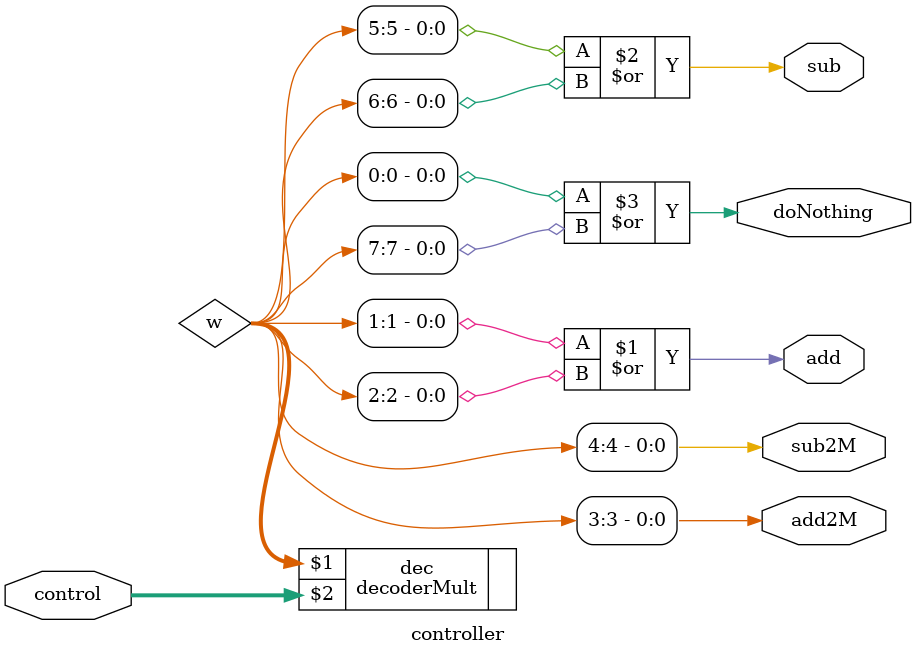
<source format=v>
module controller(control, add, sub, add2M, sub2M, doNothing);
	input [2:0] control;
	output add, sub, add2M, sub2M, doNothing;

	wire [7:0] w;

	decoderMult dec(w, control);

	or addAND(add, w[1], w[2]);
	or subAND(sub, w[5], w[6]);
	or doNothingAND(doNothing, w[0], w[7]);
	assign add2M = w[3];
	assign sub2M = w[4];

endmodule
</source>
